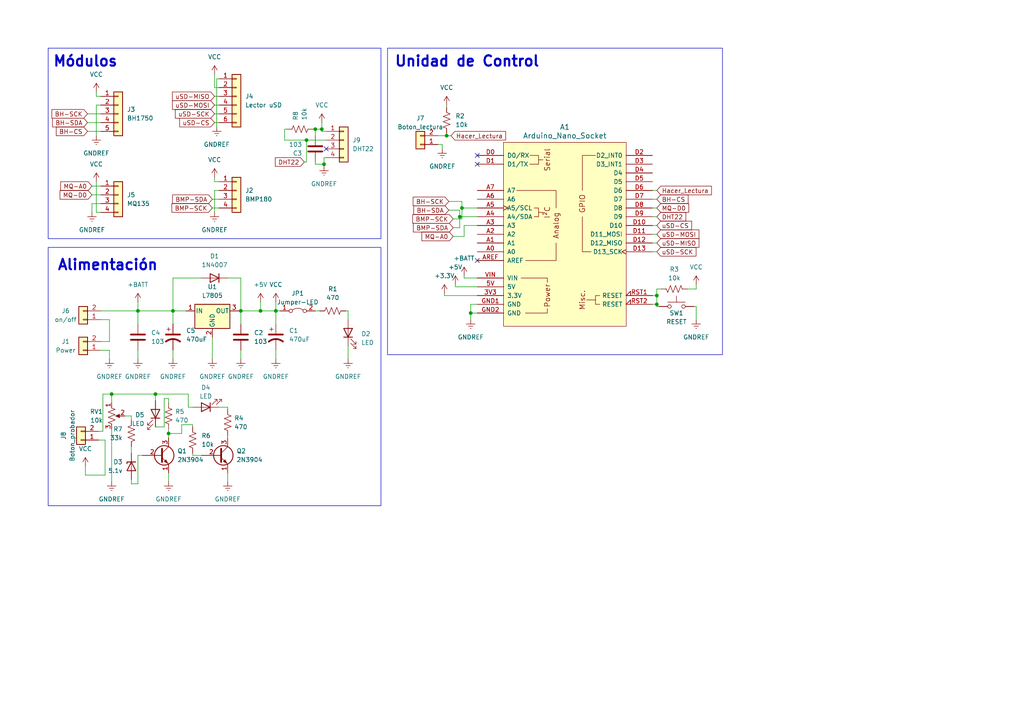
<source format=kicad_sch>
(kicad_sch (version 20230121) (generator eeschema)
  (paper "A4")
  (title_block (title "Circuito de la Estación Meteorológica Móvil (EMM)") (date "2024-02-25") (rev "0.0.4") (company "Colegio Técnico de la Universidad de Mendoza (ETec)") (comment 1 "Unidad de control: Arduino nano") (comment 2 "Módulos: DHT22, BMP180, BH1750, uSD, MQ135") (comment 3 "Alimentación de 8.4v por medio de un BMS-2S y 2 baterías de Li-Ion 18650"))
  (lib_symbols
    (symbol "Arduino:Arduino_Nano_Socket" (pin_names (offset 1.016))
      (property "Reference" "A" (at 0 33.02 0))
      (property "Value" "Arduino_Nano_Socket" (at 0 29.21 0))
      (symbol "Arduino_Nano_Socket_0_0"
        (rectangle (start -17.78 26.67) (end 17.78 -26.67) (fill (type background)))
        (polyline (pts (xy -7.62 6.35) (xy -6.35 6.35)))
        (polyline (pts (xy -7.62 21.59) (xy -6.35 21.59)))
        (polyline (pts (xy 8.89 -19.05) (xy 6.35 -19.05)))
        (polyline (pts (xy -11.43 -22.86) (xy -5.08 -22.86) (xy -5.08 -21.59)))
        (polyline (pts (xy -5.08 -13.97) (xy -5.08 -12.7) (xy -12.7 -12.7)))
        (polyline (pts (xy -10.16 22.86) (xy -7.62 22.86) (xy -7.62 20.32) (xy -10.16 20.32)))
        (polyline (pts (xy -8.89 7.62) (xy -7.62 7.62) (xy -7.62 5.08) (xy -8.89 5.08)))
        (text "Analog" (at -2.54 2.54 900) (effects (font (size 1.524 1.524))))
        (text "I²C" (at -5.08 6.35 900) (effects (font (size 1.524 1.524))))
        (text "Misc." (at 5.08 -19.05 900) (effects (font (size 1.524 1.524))))
        (text "Power" (at -5.08 -17.78 900) (effects (font (size 1.524 1.524))))
        (text "Serial" (at -5.08 21.59 900) (effects (font (size 1.524 1.524))))
      )
      (symbol "Arduino_Nano_Socket_0_1"
        (polyline (pts (xy -13.97 12.7) (xy -2.54 12.7) (xy -2.54 7.62)))
        (polyline (pts (xy -11.43 -7.62) (xy -2.54 -7.62) (xy -2.54 -2.54)))
        (polyline (pts (xy 7.62 -5.08) (xy 5.08 -5.08) (xy 5.08 5.08)))
        (polyline (pts (xy 8.89 22.86) (xy 5.08 22.86) (xy 5.08 12.7)))
        (polyline (pts (xy 10.16 -17.78) (xy 8.89 -17.78) (xy 8.89 -20.32) (xy 10.16 -20.32)))
      )
      (symbol "Arduino_Nano_Socket_1_0"
        (text "GPIO" (at 5.08 8.89 900) (effects (font (size 1.524 1.524))))
      )
      (symbol "Arduino_Nano_Socket_1_1"
        (pin power_out line (at -25.4 -17.78 0) (length 7.62) (name "3.3V") (number "3V3"))
        (pin power_in line (at -25.4 -15.24 0) (length 7.62) (name "5V") (number "5V"))
        (pin bidirectional line (at -25.4 -5.08 0) (length 7.62) (name "A0") (number "A0"))
        (pin bidirectional line (at -25.4 -2.54 0) (length 7.62) (name "A1") (number "A1"))
        (pin bidirectional line (at -25.4 0 0) (length 7.62) (name "A2") (number "A2"))
        (pin bidirectional line (at -25.4 2.54 0) (length 7.62) (name "A3") (number "A3"))
        (pin bidirectional line (at -25.4 5.08 0) (length 7.62) (name "A4/SDA") (number "A4"))
        (pin bidirectional clock (at -25.4 7.62 0) (length 7.62) (name "A5/SCL") (number "A5"))
        (pin input line (at -25.4 10.16 0) (length 7.62) (name "A6") (number "A6"))
        (pin input line (at -25.4 12.7 0) (length 7.62) (name "A7") (number "A7"))
        (pin input line (at -25.4 -7.62 0) (length 7.62) (name "AREF") (number "AREF"))
        (pin bidirectional line (at -25.4 22.86 0) (length 7.62) (name "D0/RX") (number "D0"))
        (pin bidirectional line (at -25.4 20.32 0) (length 7.62) (name "D1/TX") (number "D1"))
        (pin bidirectional line (at 25.4 2.54 180) (length 7.62) (name "D10") (number "D10"))
        (pin bidirectional line (at 25.4 0 180) (length 7.62) (name "D11_MOSI") (number "D11"))
        (pin bidirectional line (at 25.4 -2.54 180) (length 7.62) (name "D12_MISO") (number "D12"))
        (pin bidirectional clock (at 25.4 -5.08 180) (length 7.62) (name "D13_SCK") (number "D13"))
        (pin bidirectional line (at 25.4 22.86 180) (length 7.62) (name "D2_INT0") (number "D2"))
        (pin bidirectional line (at 25.4 20.32 180) (length 7.62) (name "D3_INT1") (number "D3"))
        (pin bidirectional line (at 25.4 17.78 180) (length 7.62) (name "D4") (number "D4"))
        (pin bidirectional line (at 25.4 15.24 180) (length 7.62) (name "D5") (number "D5"))
        (pin bidirectional line (at 25.4 12.7 180) (length 7.62) (name "D6") (number "D6"))
        (pin bidirectional line (at 25.4 10.16 180) (length 7.62) (name "D7") (number "D7"))
        (pin bidirectional line (at 25.4 7.62 180) (length 7.62) (name "D8") (number "D8"))
        (pin bidirectional line (at 25.4 5.08 180) (length 7.62) (name "D9") (number "D9"))
        (pin power_in line (at -25.4 -20.32 0) (length 7.62) (name "GND") (number "GND1"))
        (pin power_in line (at -25.4 -22.86 0) (length 7.62) (name "GND") (number "GND2"))
        (pin open_collector input_low (at 25.4 -17.78 180) (length 7.62) (name "RESET") (number "RST1"))
        (pin open_collector input_low (at 25.4 -20.32 180) (length 7.62) (name "RESET") (number "RST2"))
        (pin power_in line (at -25.4 -12.7 0) (length 7.62) (name "VIN") (number "VIN"))
      )
    )
    (symbol "Connector_Generic:Conn_01x02" (pin_names (offset 1.016) hide)
      (property "Reference" "J" (at 0 2.54 0))
      (property "Value" "Conn_01x02" (at 0 -5.08 0))
      (symbol "Conn_01x02_1_1"
        (rectangle (start -1.27 -2.413) (end 0 -2.667) (stroke (width 0.1524)))
        (rectangle (start -1.27 0.127) (end 0 -0.127) (stroke (width 0.1524)))
        (rectangle (start -1.27 1.27) (end 1.27 -3.81) (stroke (width 0.254)) (fill (type background)))
        (pin passive line (at -5.08 0 0) (length 3.81) (name "Pin_1") (number "1"))
        (pin passive line (at -5.08 -2.54 0) (length 3.81) (name "Pin_2") (number "2"))
      )
    )
    (symbol "Connector_Generic:Conn_01x04" (pin_names (offset 1.016) hide)
      (property "Reference" "J" (at 0 5.08 0))
      (property "Value" "Conn_01x04" (at 0 -7.62 0))
      (symbol "Conn_01x04_1_1"
        (rectangle (start -1.27 -4.953) (end 0 -5.207) (stroke (width 0.1524)))
        (rectangle (start -1.27 -2.413) (end 0 -2.667) (stroke (width 0.1524)))
        (rectangle (start -1.27 0.127) (end 0 -0.127) (stroke (width 0.1524)))
        (rectangle (start -1.27 2.667) (end 0 2.413) (stroke (width 0.1524)))
        (rectangle (start -1.27 3.81) (end 1.27 -6.35) (stroke (width 0.254)) (fill (type background)))
        (pin passive line (at -5.08 2.54 0) (length 3.81) (name "Pin_1") (number "1"))
        (pin passive line (at -5.08 0 0) (length 3.81) (name "Pin_2") (number "2"))
        (pin passive line (at -5.08 -2.54 0) (length 3.81) (name "Pin_3") (number "3"))
        (pin passive line (at -5.08 -5.08 0) (length 3.81) (name "Pin_4") (number "4"))
      )
    )
    (symbol "Connector_Generic:Conn_01x05" (pin_names (offset 1.016) hide)
      (property "Reference" "J" (at 0 7.62 0))
      (property "Value" "Conn_01x05" (at 0 -7.62 0))
      (symbol "Conn_01x05_1_1"
        (rectangle (start -1.27 -4.953) (end 0 -5.207) (stroke (width 0.1524)))
        (rectangle (start -1.27 -2.413) (end 0 -2.667) (stroke (width 0.1524)))
        (rectangle (start -1.27 0.127) (end 0 -0.127) (stroke (width 0.1524)))
        (rectangle (start -1.27 2.667) (end 0 2.413) (stroke (width 0.1524)))
        (rectangle (start -1.27 5.207) (end 0 4.953) (stroke (width 0.1524)))
        (rectangle (start -1.27 6.35) (end 1.27 -6.35) (stroke (width 0.254)) (fill (type background)))
        (pin passive line (at -5.08 5.08 0) (length 3.81) (name "Pin_1") (number "1"))
        (pin passive line (at -5.08 2.54 0) (length 3.81) (name "Pin_2") (number "2"))
        (pin passive line (at -5.08 0 0) (length 3.81) (name "Pin_3") (number "3"))
        (pin passive line (at -5.08 -2.54 0) (length 3.81) (name "Pin_4") (number "4"))
        (pin passive line (at -5.08 -5.08 0) (length 3.81) (name "Pin_5") (number "5"))
      )
    )
    (symbol "Connector_Generic:Conn_01x06" (pin_names (offset 1.016) hide)
      (property "Reference" "J" (at 0 7.62 0))
      (property "Value" "Conn_01x06" (at 0 -10.16 0))
      (symbol "Conn_01x06_1_1"
        (rectangle (start -1.27 -7.493) (end 0 -7.747) (stroke (width 0.1524)))
        (rectangle (start -1.27 -4.953) (end 0 -5.207) (stroke (width 0.1524)))
        (rectangle (start -1.27 -2.413) (end 0 -2.667) (stroke (width 0.1524)))
        (rectangle (start -1.27 0.127) (end 0 -0.127) (stroke (width 0.1524)))
        (rectangle (start -1.27 2.667) (end 0 2.413) (stroke (width 0.1524)))
        (rectangle (start -1.27 5.207) (end 0 4.953) (stroke (width 0.1524)))
        (rectangle (start -1.27 6.35) (end 1.27 -8.89) (stroke (width 0.254)) (fill (type background)))
        (pin passive line (at -5.08 5.08 0) (length 3.81) (name "Pin_1") (number "1"))
        (pin passive line (at -5.08 2.54 0) (length 3.81) (name "Pin_2") (number "2"))
        (pin passive line (at -5.08 0 0) (length 3.81) (name "Pin_3") (number "3"))
        (pin passive line (at -5.08 -2.54 0) (length 3.81) (name "Pin_4") (number "4"))
        (pin passive line (at -5.08 -5.08 0) (length 3.81) (name "Pin_5") (number "5"))
        (pin passive line (at -5.08 -7.62 0) (length 3.81) (name "Pin_6") (number "6"))
      )
    )
    (symbol "Device:C" (pin_numbers hide) (pin_names (offset 0.254))
      (property "Reference" "C" (at 0.635 2.54 0))
      (property "Value" "C" (at 0.635 -2.54 0))
      (symbol "C_0_1"
        (polyline (pts (xy -2.032 -0.762) (xy 2.032 -0.762)) (stroke (width 0.508)))
        (polyline (pts (xy -2.032 0.762) (xy 2.032 0.762)) (stroke (width 0.508)))
      )
      (symbol "C_1_1"
        (pin passive line (at 0 3.81 270) (length 2.794) (name "~") (number "1"))
        (pin passive line (at 0 -3.81 90) (length 2.794) (name "~") (number "2"))
      )
    )
    (symbol "Device:C_Polarized_US" (pin_numbers hide) (pin_names (offset 0.254) hide)
      (property "Reference" "C" (at 0.635 2.54 0))
      (property "Value" "C_Polarized_US" (at 0.635 -2.54 0))
      (symbol "C_Polarized_US_0_1"
        (polyline (pts (xy -2.032 0.762) (xy 2.032 0.762)) (stroke (width 0.508)))
        (polyline (pts (xy -1.778 2.286) (xy -0.762 2.286)))
        (polyline (pts (xy -1.27 1.778) (xy -1.27 2.794)))
        (arc (start 2.032 -1.27) (mid 0 -0.5572) (end -2.032 -1.27) (stroke (width 0.508)))
      )
      (symbol "C_Polarized_US_1_1"
        (pin passive line (at 0 3.81 270) (length 2.794) (name "~") (number "1"))
        (pin passive line (at 0 -3.81 90) (length 3.302) (name "~") (number "2"))
      )
    )
    (symbol "Device:D_Zener" (pin_numbers hide) (pin_names (offset 1.016) hide)
      (property "Reference" "D" (at 0 2.54 0))
      (property "Value" "D_Zener" (at 0 -2.54 0))
      (symbol "D_Zener_0_1"
        (polyline (pts (xy 1.27 0) (xy -1.27 0)))
        (polyline (pts (xy -1.27 -1.27) (xy -1.27 1.27) (xy -0.762 1.27)) (stroke (width 0.254)))
        (polyline (pts (xy 1.27 -1.27) (xy 1.27 1.27) (xy -1.27 0) (xy 1.27 -1.27)) (stroke (width 0.254)))
      )
      (symbol "D_Zener_1_1"
        (pin passive line (at -3.81 0 0) (length 2.54) (name "K") (number "1"))
        (pin passive line (at 3.81 0 180) (length 2.54) (name "A") (number "2"))
      )
    )
    (symbol "Device:LED" (pin_numbers hide) (pin_names (offset 1.016) hide)
      (property "Reference" "D" (at 0 2.54 0))
      (property "Value" "LED" (at 0 -2.54 0))
      (symbol "LED_0_1"
        (polyline (pts (xy -1.27 -1.27) (xy -1.27 1.27)) (stroke (width 0.254)))
        (polyline (pts (xy -1.27 0) (xy 1.27 0)))
        (polyline (pts (xy 1.27 -1.27) (xy 1.27 1.27) (xy -1.27 0) (xy 1.27 -1.27)) (stroke (width 0.254)))
        (polyline (pts (xy -3.048 -0.762) (xy -4.572 -2.286) (xy -3.81 -2.286) (xy -4.572 -2.286) (xy -4.572 -1.524)))
        (polyline (pts (xy -1.778 -0.762) (xy -3.302 -2.286) (xy -2.54 -2.286) (xy -3.302 -2.286) (xy -3.302 -1.524)))
      )
      (symbol "LED_1_1"
        (pin passive line (at -3.81 0 0) (length 2.54) (name "K") (number "1"))
        (pin passive line (at 3.81 0 180) (length 2.54) (name "A") (number "2"))
      )
    )
    (symbol "Device:R_Potentiometer_US" (pin_names (offset 1.016) hide)
      (property "Reference" "RV" (at -4.445 0 90))
      (property "Value" "R_Potentiometer_US" (at -2.54 0 90))
      (symbol "R_Potentiometer_US_0_1"
        (polyline (pts (xy 0 -2.286) (xy 0 -2.54)))
        (polyline (pts (xy 0 2.54) (xy 0 2.286)))
        (polyline (pts (xy 2.54 0) (xy 1.524 0)))
        (polyline (pts (xy 1.143 0) (xy 2.286 0.508) (xy 2.286 -0.508) (xy 1.143 0)) (fill (type outline)))
        (polyline (pts (xy 0 -0.762) (xy 1.016 -1.143) (xy 0 -1.524) (xy -1.016 -1.905) (xy 0 -2.286)))
        (polyline (pts (xy 0 0.762) (xy 1.016 0.381) (xy 0 0) (xy -1.016 -0.381) (xy 0 -0.762)))
        (polyline (pts (xy 0 2.286) (xy 1.016 1.905) (xy 0 1.524) (xy -1.016 1.143) (xy 0 0.762)))
      )
      (symbol "R_Potentiometer_US_1_1"
        (pin passive line (at 0 3.81 270) (length 1.27) (name "1") (number "1"))
        (pin passive line (at 3.81 0 180) (length 1.27) (name "2") (number "2"))
        (pin passive line (at 0 -3.81 90) (length 1.27) (name "3") (number "3"))
      )
    )
    (symbol "Device:R_US" (pin_numbers hide) (pin_names (offset 0))
      (property "Reference" "R" (at 2.54 0 90))
      (property "Value" "R_US" (at -2.54 0 90))
      (symbol "R_US_0_1"
        (polyline (pts (xy 0 -2.286) (xy 0 -2.54)))
        (polyline (pts (xy 0 2.286) (xy 0 2.54)))
        (polyline (pts (xy 0 -0.762) (xy 1.016 -1.143) (xy 0 -1.524) (xy -1.016 -1.905) (xy 0 -2.286)))
        (polyline (pts (xy 0 0.762) (xy 1.016 0.381) (xy 0 0) (xy -1.016 -0.381) (xy 0 -0.762)))
        (polyline (pts (xy 0 2.286) (xy 1.016 1.905) (xy 0 1.524) (xy -1.016 1.143) (xy 0 0.762)))
      )
      (symbol "R_US_1_1"
        (pin passive line (at 0 3.81 270) (length 1.27) (name "~") (number "1"))
        (pin passive line (at 0 -3.81 90) (length 1.27) (name "~") (number "2"))
      )
    )
    (symbol "Diode:1N4007" (pin_numbers hide) (pin_names hide)
      (property "Reference" "D" (at 0 2.54 0))
      (property "Value" "1N4007" (at 0 -2.54 0))
      (symbol "1N4007_0_1"
        (polyline (pts (xy -1.27 1.27) (xy -1.27 -1.27)) (stroke (width 0.254)))
        (polyline (pts (xy 1.27 0) (xy -1.27 0)))
        (polyline (pts (xy 1.27 1.27) (xy 1.27 -1.27) (xy -1.27 0) (xy 1.27 1.27)) (stroke (width 0.254)))
      )
      (symbol "1N4007_1_1"
        (pin passive line (at -3.81 0 0) (length 2.54) (name "K") (number "1"))
        (pin passive line (at 3.81 0 180) (length 2.54) (name "A") (number "2"))
      )
    )
    (symbol "Jumper:Jumper_2_Bridged" (pin_names (offset 0) hide)
      (property "Reference" "JP" (at 0 1.905 0))
      (property "Value" "Jumper_2_Bridged" (at 0 -2.54 0))
      (symbol "Jumper_2_Bridged_0_0"
        (circle (center -2.032 0) (radius 0.508))
        (circle (center 2.032 0) (radius 0.508))
      )
      (symbol "Jumper_2_Bridged_0_1"
        (arc (start 1.524 0.254) (mid 0 0.762) (end -1.524 0.254))
      )
      (symbol "Jumper_2_Bridged_1_1"
        (pin passive line (at -5.08 0 0) (length 2.54) (name "A") (number "1"))
        (pin passive line (at 5.08 0 180) (length 2.54) (name "B") (number "2"))
      )
    )
    (symbol "Regulator_Linear:L7805" (pin_names (offset 0.254))
      (property "Reference" "U" (at -3.81 3.175 0))
      (property "Value" "L7805" (at 0 3.175 0))
      (symbol "L7805_0_1"
        (rectangle (start -5.08 1.905) (end 5.08 -5.08) (stroke (width 0.254)) (fill (type background)))
      )
      (symbol "L7805_1_1"
        (pin power_in line (at -7.62 0 0) (length 2.54) (name "IN") (number "1"))
        (pin power_in line (at 0 -7.62 90) (length 2.54) (name "GND") (number "2"))
        (pin power_out line (at 7.62 0 180) (length 2.54) (name "OUT") (number "3"))
      )
    )
    (symbol "Switch:SW_Push" (pin_numbers hide) (pin_names (offset 1.016) hide)
      (property "Reference" "SW" (at 1.27 2.54 0))
      (property "Value" "SW_Push" (at 0 -1.524 0))
      (symbol "SW_Push_0_1"
        (circle (center -2.032 0) (radius 0.508))
        (polyline (pts (xy 0 1.27) (xy 0 3.048)))
        (polyline (pts (xy 2.54 1.27) (xy -2.54 1.27)))
        (circle (center 2.032 0) (radius 0.508))
        (pin passive line (at -5.08 0 0) (length 2.54) (name "1") (number "1"))
        (pin passive line (at 5.08 0 180) (length 2.54) (name "2") (number "2"))
      )
    )
    (symbol "Transistor_BJT:2N3904" (pin_names (offset 0) hide)
      (property "Reference" "Q" (at 5.08 1.905 0))
      (property "Value" "2N3904" (at 5.08 0 0))
      (symbol "2N3904_0_1"
        (polyline (pts (xy 0.635 0.635) (xy 2.54 2.54)))
        (polyline (pts (xy 0.635 -0.635) (xy 2.54 -2.54) (xy 2.54 -2.54)))
        (polyline (pts (xy 0.635 1.905) (xy 0.635 -1.905) (xy 0.635 -1.905)) (stroke (width 0.508)))
        (polyline (pts (xy 1.27 -1.778) (xy 1.778 -1.27) (xy 2.286 -2.286) (xy 1.27 -1.778) (xy 1.27 -1.778)) (fill (type outline)))
        (circle (center 1.27 0) (radius 2.8194) (stroke (width 0.254)))
      )
      (symbol "2N3904_1_1"
        (pin passive line (at 2.54 -5.08 90) (length 2.54) (name "E") (number "1"))
        (pin passive line (at -5.08 0 0) (length 5.715) (name "B") (number "2"))
        (pin passive line (at 2.54 5.08 270) (length 2.54) (name "C") (number "3"))
      )
    )
    (symbol "power:+3.3V" (power) (pin_names (offset 0))
      (property "Value" "+3.3V" (at 0 3.556 0))
      (symbol "+3.3V_0_1"
        (polyline (pts (xy -0.762 1.27) (xy 0 2.54)))
        (polyline (pts (xy 0 0) (xy 0 2.54)))
        (polyline (pts (xy 0 2.54) (xy 0.762 1.27)))
      )
      (symbol "+3.3V_1_1"
        (pin power_in line (at 0 0 90) (length 0) hide (name "+3.3V") (number "1"))
      )
    )
    (symbol "power:+5V" (power) (pin_names (offset 0))
      (property "Value" "+5V" (at 0 3.556 0))
      (symbol "+5V_0_1"
        (polyline (pts (xy -0.762 1.27) (xy 0 2.54)))
        (polyline (pts (xy 0 0) (xy 0 2.54)))
        (polyline (pts (xy 0 2.54) (xy 0.762 1.27)))
      )
      (symbol "+5V_1_1"
        (pin power_in line (at 0 0 90) (length 0) hide (name "+5V") (number "1"))
      )
    )
    (symbol "power:+BATT" (power) (pin_names (offset 0))
      (property "Value" "+BATT" (at 0 3.556 0))
      (symbol "+BATT_0_1"
        (polyline (pts (xy -0.762 1.27) (xy 0 2.54)))
        (polyline (pts (xy 0 0) (xy 0 2.54)))
        (polyline (pts (xy 0 2.54) (xy 0.762 1.27)))
      )
      (symbol "+BATT_1_1"
        (pin power_in line (at 0 0 90) (length 0) hide (name "+BATT") (number "1"))
      )
    )
    (symbol "power:GNDREF" (power) (pin_names (offset 0))
      (property "Value" "GNDREF" (at 0 -3.81 0))
      (symbol "GNDREF_0_1"
        (polyline (pts (xy -0.635 -1.905) (xy 0.635 -1.905)))
        (polyline (pts (xy -0.127 -2.54) (xy 0.127 -2.54)))
        (polyline (pts (xy 0 -1.27) (xy 0 0)))
        (polyline (pts (xy 1.27 -1.27) (xy -1.27 -1.27)))
      )
      (symbol "GNDREF_1_1"
        (pin power_in line (at 0 0 270) (length 0) hide (name "GNDREF") (number "1"))
      )
    )
    (symbol "power:VCC" (power) (pin_names (offset 0))
      (property "Value" "VCC" (at 0 3.81 0))
      (symbol "VCC_0_1"
        (polyline (pts (xy -0.762 1.27) (xy 0 2.54)))
        (polyline (pts (xy 0 0) (xy 0 2.54)))
        (polyline (pts (xy 0 2.54) (xy 0.762 1.27)))
      )
      (symbol "VCC_1_1"
        (pin power_in line (at 0 0 90) (length 0) hide (name "VCC") (number "1"))
      )
    )
  )
  (junction (at 40.005 90.17))
  (junction (at 190.5 88.265))
  (junction (at 93.345 37.465))
  (junction (at 32.385 114.3))
  (junction (at 80.01 90.17))
  (junction (at 93.98 47.625))
  (junction (at 136.525 90.805))
  (junction (at 48.895 125.73))
  (junction (at 133.35 62.865))
  (junction (at 50.165 90.17))
  (junction (at 190.5 85.725))
  (junction (at 133.985 60.325))
  (junction (at 88.9 40.64))
  (junction (at 69.85 90.17))
  (junction (at 129.54 39.37))
  (junction (at 75.565 90.17))
  (junction (at 45.085 114.3))
  (junction (at 91.44 37.465))
  (no_connect (at 138.43 75.565))
  (no_connect (at 138.43 47.625))
  (no_connect (at 138.43 45.085))
  (no_connect (at 94.615 43.18))
  (wire (pts (xy 133.985 58.42) (xy 133.985 60.325)))
  (wire (pts (xy 62.23 30.48) (xy 63.5 30.48)))
  (wire (pts (xy 66.04 126.365) (xy 66.04 127)))
  (wire (pts (xy 191.77 83.82) (xy 190.5 83.82)))
  (wire (pts (xy 25.4 33.02) (xy 29.21 33.02)))
  (wire (pts (xy 27.94 61.595) (xy 29.21 61.595)))
  (wire (pts (xy 61.595 60.325) (xy 63.5 60.325)))
  (wire (pts (xy 128.27 41.91) (xy 127 41.91)))
  (wire (pts (xy 91.44 90.17) (xy 92.71 90.17)))
  (wire (pts (xy 128.27 43.18) (xy 128.27 41.91)))
  (wire (pts (xy 29.21 99.06) (xy 31.75 99.06)))
  (wire (pts (xy 189.23 85.725) (xy 190.5 85.725)))
  (wire (pts (xy 201.93 83.82) (xy 199.39 83.82)))
  (wire (pts (xy 45.085 114.3) (xy 45.085 116.205)))
  (wire (pts (xy 48.895 125.73) (xy 52.705 125.73)))
  (wire (pts (xy 62.23 55.245) (xy 62.23 61.595)))
  (wire (pts (xy 36.195 120.65) (xy 38.1 120.65)))
  (wire (pts (xy 93.98 47.625) (xy 93.98 48.26)))
  (wire (pts (xy 127 39.37) (xy 129.54 39.37)))
  (wire (pts (xy 132.08 83.185) (xy 138.43 83.185)))
  (wire (pts (xy 88.9 40.64) (xy 94.615 40.64)))
  (wire (pts (xy 52.705 125.73) (xy 52.705 123.19)))
  (wire (pts (xy 93.98 45.72) (xy 94.615 45.72)))
  (wire (pts (xy 66.04 118.11) (xy 66.04 118.745)))
  (wire (pts (xy 66.04 137.16) (xy 66.04 139.7)))
  (wire (pts (xy 58.42 80.645) (xy 50.165 80.645)))
  (wire (pts (xy 91.44 39.37) (xy 91.44 37.465)))
  (wire (pts (xy 54.61 118.11) (xy 55.88 118.11)))
  (wire (pts (xy 93.98 47.625) (xy 91.44 47.625)))
  (wire (pts (xy 62.23 25.4) (xy 63.5 25.4)))
  (wire (pts (xy 27.94 30.48) (xy 29.21 30.48)))
  (wire (pts (xy 190.5 83.82) (xy 190.5 85.725)))
  (wire (pts (xy 52.705 123.19) (xy 55.88 123.19)))
  (wire (pts (xy 130.175 58.42) (xy 133.985 58.42)))
  (wire (pts (xy 100.965 100.33) (xy 100.965 104.14)))
  (wire (pts (xy 50.165 101.6) (xy 50.165 104.14)))
  (wire (pts (xy 29.845 125.095) (xy 29.845 114.3)))
  (wire (pts (xy 129.54 39.37) (xy 130.81 39.37)))
  (wire (pts (xy 133.985 60.325) (xy 138.43 60.325)))
  (wire (pts (xy 27.94 26.67) (xy 27.94 27.94)))
  (wire (pts (xy 47.625 115.57) (xy 48.895 115.57)))
  (wire (pts (xy 55.88 123.19) (xy 55.88 123.825)))
  (wire (pts (xy 128.905 85.725) (xy 128.905 85.09)))
  (wire (pts (xy 32.385 114.3) (xy 32.385 116.84)))
  (wire (pts (xy 24.765 135.255) (xy 24.765 137.795)))
  (wire (pts (xy 93.345 37.465) (xy 93.345 38.1)))
  (wire (pts (xy 29.21 90.17) (xy 40.005 90.17)))
  (wire (pts (xy 29.21 92.71) (xy 31.75 92.71)))
  (wire (pts (xy 40.005 90.17) (xy 50.165 90.17)))
  (wire (pts (xy 27.94 27.94) (xy 29.21 27.94)))
  (wire (pts (xy 128.905 85.725) (xy 138.43 85.725)))
  (wire (pts (xy 55.88 132.08) (xy 58.42 132.08)))
  (wire (pts (xy 82.55 37.465) (xy 83.185 37.465)))
  (wire (pts (xy 100.965 90.17) (xy 100.33 90.17)))
  (wire (pts (xy 190.5 88.9) (xy 190.5 88.265)))
  (wire (pts (xy 40.005 87.63) (xy 40.005 90.17)))
  (wire (pts (xy 131.445 68.58) (xy 134.62 68.58)))
  (wire (pts (xy 69.85 90.17) (xy 69.85 93.98)))
  (wire (pts (xy 26.67 59.055) (xy 29.21 59.055)))
  (wire (pts (xy 88.9 40.64) (xy 88.9 46.99)))
  (wire (pts (xy 129.54 39.37) (xy 129.54 38.735)))
  (wire (pts (xy 189.23 88.265) (xy 190.5 88.265)))
  (wire (pts (xy 50.165 80.645) (xy 50.165 90.17)))
  (wire (pts (xy 27.94 39.37) (xy 27.94 30.48)))
  (wire (pts (xy 189.23 70.485) (xy 190.5 70.485)))
  (wire (pts (xy 61.595 97.79) (xy 61.595 104.14)))
  (wire (pts (xy 138.43 88.265) (xy 136.525 88.265)))
  (wire (pts (xy 54.61 114.3) (xy 54.61 118.11)))
  (wire (pts (xy 69.215 90.17) (xy 69.85 90.17)))
  (wire (pts (xy 50.165 90.17) (xy 53.975 90.17)))
  (wire (pts (xy 133.35 66.04) (xy 131.445 66.04)))
  (wire (pts (xy 93.345 35.56) (xy 93.345 37.465)))
  (wire (pts (xy 88.265 46.99) (xy 88.9 46.99)))
  (wire (pts (xy 66.04 80.645) (xy 69.85 80.645)))
  (wire (pts (xy 26.67 56.515) (xy 29.21 56.515)))
  (wire (pts (xy 28.575 125.095) (xy 29.845 125.095)))
  (wire (pts (xy 31.75 101.6) (xy 29.21 101.6)))
  (wire (pts (xy 134.62 68.58) (xy 134.62 65.405)))
  (wire (pts (xy 94.615 38.1) (xy 93.345 38.1)))
  (wire (pts (xy 40.005 101.6) (xy 40.005 104.14)))
  (wire (pts (xy 40.005 132.08) (xy 40.005 140.335)))
  (wire (pts (xy 38.1 120.65) (xy 38.1 121.92)))
  (wire (pts (xy 62.23 33.02) (xy 63.5 33.02)))
  (wire (pts (xy 61.595 57.785) (xy 63.5 57.785)))
  (wire (pts (xy 134.62 80.01) (xy 134.62 80.645)))
  (wire (pts (xy 189.23 65.405) (xy 190.5 65.405)))
  (wire (pts (xy 100.965 92.71) (xy 100.965 90.17)))
  (wire (pts (xy 133.35 60.96) (xy 133.35 62.865)))
  (wire (pts (xy 75.565 90.17) (xy 80.01 90.17)))
  (wire (pts (xy 30.48 127.635) (xy 28.575 127.635)))
  (wire (pts (xy 63.5 22.86) (xy 62.865 22.86)))
  (wire (pts (xy 134.62 65.405) (xy 138.43 65.405)))
  (wire (pts (xy 45.085 114.3) (xy 54.61 114.3)))
  (wire (pts (xy 48.895 137.16) (xy 48.895 139.7)))
  (wire (pts (xy 201.295 88.9) (xy 201.93 88.9)))
  (wire (pts (xy 91.44 37.465) (xy 93.345 37.465)))
  (wire (pts (xy 191.135 88.9) (xy 190.5 88.9)))
  (wire (pts (xy 133.985 63.5) (xy 131.445 63.5)))
  (wire (pts (xy 27.94 52.705) (xy 27.94 61.595)))
  (wire (pts (xy 90.805 37.465) (xy 91.44 37.465)))
  (wire (pts (xy 30.48 137.795) (xy 30.48 127.635)))
  (wire (pts (xy 133.985 60.325) (xy 133.985 63.5)))
  (wire (pts (xy 201.93 88.9) (xy 201.93 92.71)))
  (wire (pts (xy 189.23 67.945) (xy 190.5 67.945)))
  (wire (pts (xy 189.23 57.785) (xy 190.5 57.785)))
  (wire (pts (xy 93.98 45.72) (xy 93.98 47.625)))
  (wire (pts (xy 47.625 123.825) (xy 47.625 115.57)))
  (wire (pts (xy 48.895 115.57) (xy 48.895 116.84)))
  (wire (pts (xy 55.88 131.445) (xy 55.88 132.08)))
  (wire (pts (xy 82.55 40.64) (xy 82.55 37.465)))
  (wire (pts (xy 41.275 132.08) (xy 40.005 132.08)))
  (wire (pts (xy 136.525 90.805) (xy 138.43 90.805)))
  (wire (pts (xy 63.5 118.11) (xy 66.04 118.11)))
  (wire (pts (xy 91.44 47.625) (xy 91.44 46.99)))
  (wire (pts (xy 63.5 55.245) (xy 62.23 55.245)))
  (wire (pts (xy 48.895 125.73) (xy 48.895 127)))
  (wire (pts (xy 189.23 73.025) (xy 190.5 73.025)))
  (wire (pts (xy 189.23 62.865) (xy 190.5 62.865)))
  (wire (pts (xy 50.165 93.98) (xy 50.165 90.17)))
  (wire (pts (xy 136.525 90.805) (xy 136.525 92.71)))
  (wire (pts (xy 129.54 30.48) (xy 129.54 31.115)))
  (wire (pts (xy 69.85 80.645) (xy 69.85 90.17)))
  (wire (pts (xy 24.765 137.795) (xy 30.48 137.795)))
  (wire (pts (xy 62.865 22.86) (xy 62.865 36.83)))
  (wire (pts (xy 201.93 82.55) (xy 201.93 83.82)))
  (wire (pts (xy 136.525 88.265) (xy 136.525 90.805)))
  (wire (pts (xy 32.385 124.46) (xy 32.385 139.7)))
  (wire (pts (xy 26.67 53.975) (xy 29.21 53.975)))
  (wire (pts (xy 133.35 62.865) (xy 133.35 66.04)))
  (wire (pts (xy 80.01 101.6) (xy 80.01 104.14)))
  (wire (pts (xy 45.085 123.825) (xy 47.625 123.825)))
  (wire (pts (xy 38.1 140.335) (xy 38.1 139.065)))
  (wire (pts (xy 62.23 35.56) (xy 63.5 35.56)))
  (wire (pts (xy 190.5 85.725) (xy 190.5 88.265)))
  (wire (pts (xy 25.4 38.1) (xy 29.21 38.1)))
  (wire (pts (xy 48.895 124.46) (xy 48.895 125.73)))
  (wire (pts (xy 29.845 114.3) (xy 32.385 114.3)))
  (wire (pts (xy 25.4 35.56) (xy 29.21 35.56)))
  (wire (pts (xy 63.5 52.705) (xy 62.23 52.705)))
  (wire (pts (xy 132.08 82.55) (xy 132.08 83.185)))
  (wire (pts (xy 62.23 27.94) (xy 63.5 27.94)))
  (wire (pts (xy 31.75 104.14) (xy 31.75 101.6)))
  (wire (pts (xy 40.005 90.17) (xy 40.005 93.98)))
  (wire (pts (xy 80.01 87.63) (xy 80.01 90.17)))
  (wire (pts (xy 133.35 62.865) (xy 138.43 62.865)))
  (wire (pts (xy 32.385 114.3) (xy 45.085 114.3)))
  (wire (pts (xy 80.01 90.17) (xy 81.28 90.17)))
  (wire (pts (xy 62.23 52.705) (xy 62.23 51.435)))
  (wire (pts (xy 130.175 60.96) (xy 133.35 60.96)))
  (wire (pts (xy 134.62 80.645) (xy 138.43 80.645)))
  (wire (pts (xy 189.23 55.245) (xy 190.5 55.245)))
  (wire (pts (xy 26.67 61.595) (xy 26.67 59.055)))
  (wire (pts (xy 82.55 40.64) (xy 88.9 40.64)))
  (wire (pts (xy 69.85 90.17) (xy 75.565 90.17)))
  (wire (pts (xy 38.1 129.54) (xy 38.1 131.445)))
  (wire (pts (xy 62.23 21.59) (xy 62.23 25.4)))
  (wire (pts (xy 189.23 60.325) (xy 190.5 60.325)))
  (wire (pts (xy 31.75 99.06) (xy 31.75 92.71)))
  (wire (pts (xy 69.85 101.6) (xy 69.85 104.14)))
  (wire (pts (xy 40.005 140.335) (xy 38.1 140.335)))
  (wire (pts (xy 75.565 87.63) (xy 75.565 90.17)))
  (wire (pts (xy 80.01 93.98) (xy 80.01 90.17)))
  (rectangle (start 13.97 13.97) (end 110.49 69.215))
  (rectangle (start 112.395 13.97) (end 209.55 102.87))
  (rectangle (start 13.97 71.755) (end 110.49 146.685))
  (text "Alimentación" (at 16.51 78.74 0) (effects (font (size 3 3) (thickness 0.6) bold) (justify left bottom)))
  (text "Unidad de Control" (at 114.3 19.685 0) (effects (font (size 3 3) (thickness 0.6) bold) (justify left bottom)))
  (text "Módulos" (at 15.24 19.685 0) (effects (font (size 3 3) (thickness 0.6) bold) (justify left bottom)))
  (global_label "Hacer_Lectura" (shape input) (at 130.81 39.37 0) (property "Intersheetrefs" "${INTERSHEET_REFS}" (effects hide)))
  (global_label "uSD-CS" (shape input) (at 62.23 35.56 180) (property "Intersheetrefs" "${INTERSHEET_REFS}" (effects hide)))
  (global_label "BH-CS" (shape input) (at 190.5 57.785 0) (property "Intersheetrefs" "${INTERSHEET_REFS}" (effects hide)))
  (global_label "BH-SCK" (shape input) (at 25.4 33.02 180) (property "Intersheetrefs" "${INTERSHEET_REFS}" (effects hide)))
  (global_label "uSD-MISO" (shape input) (at 190.5 70.485 0) (property "Intersheetrefs" "${INTERSHEET_REFS}" (effects hide)))
  (global_label "MQ-A0" (shape input) (at 131.445 68.58 180) (property "Intersheetrefs" "${INTERSHEET_REFS}" (effects hide)))
  (global_label "uSD-MOSI" (shape input) (at 190.5 67.945 0) (property "Intersheetrefs" "${INTERSHEET_REFS}" (effects hide)))
  (global_label "Hacer_Lectura" (shape input) (at 190.5 55.245 0) (property "Intersheetrefs" "${INTERSHEET_REFS}" (effects hide)))
  (global_label "BH-SCK" (shape input) (at 130.175 58.42 180) (property "Intersheetrefs" "${INTERSHEET_REFS}" (effects hide)))
  (global_label "MQ-A0" (shape input) (at 26.67 53.975 180) (property "Intersheetrefs" "${INTERSHEET_REFS}" (effects hide)))
  (global_label "uSD-MISO" (shape input) (at 62.23 27.94 180) (property "Intersheetrefs" "${INTERSHEET_REFS}" (effects hide)))
  (global_label "uSD-SCK" (shape input) (at 62.23 33.02 180) (property "Intersheetrefs" "${INTERSHEET_REFS}" (effects hide)))
  (global_label "uSD-CS" (shape input) (at 190.5 65.405 0) (property "Intersheetrefs" "${INTERSHEET_REFS}" (effects hide)))
  (global_label "uSD-MOSI" (shape input) (at 62.23 30.48 180) (property "Intersheetrefs" "${INTERSHEET_REFS}" (effects hide)))
  (global_label "uSD-SCK" (shape input) (at 190.5 73.025 0) (property "Intersheetrefs" "${INTERSHEET_REFS}" (effects hide)))
  (global_label "MQ-D0" (shape input) (at 26.67 56.515 180) (property "Intersheetrefs" "${INTERSHEET_REFS}" (effects hide)))
  (global_label "BH-SDA" (shape input) (at 25.4 35.56 180) (property "Intersheetrefs" "${INTERSHEET_REFS}" (effects hide)))
  (global_label "BH-SDA" (shape input) (at 130.175 60.96 180) (property "Intersheetrefs" "${INTERSHEET_REFS}" (effects hide)))
  (global_label "BMP-SCK" (shape input) (at 131.445 63.5 180) (property "Intersheetrefs" "${INTERSHEET_REFS}" (effects hide)))
  (global_label "MQ-D0" (shape input) (at 190.5 60.325 0) (property "Intersheetrefs" "${INTERSHEET_REFS}" (effects hide)))
  (global_label "BMP-SDA" (shape input) (at 131.445 66.04 180) (property "Intersheetrefs" "${INTERSHEET_REFS}" (effects hide)))
  (global_label "BH-CS" (shape input) (at 25.4 38.1 180) (property "Intersheetrefs" "${INTERSHEET_REFS}" (effects hide)))
  (global_label "DHT22" (shape input) (at 190.5 62.865 0) (property "Intersheetrefs" "${INTERSHEET_REFS}" (effects hide)))
  (global_label "BMP-SDA" (shape input) (at 61.595 57.785 180) (property "Intersheetrefs" "${INTERSHEET_REFS}" (effects hide)))
  (global_label "DHT22" (shape input) (at 88.265 46.99 180) (property "Intersheetrefs" "${INTERSHEET_REFS}" (effects hide)))
  (global_label "BMP-SCK" (shape input) (at 61.595 60.325 180) (property "Intersheetrefs" "${INTERSHEET_REFS}" (effects hide)))
  (symbol (lib_id "power:VCC") (at 80.01 87.63 0) (unit 1)
    (property "Reference" "#PWR010" (effects hide))
    (property "Value" "VCC" (at 80.01 82.55 0))
  )
  (symbol (lib_id "power:VCC") (at 27.94 52.705 0) (unit 1)
    (property "Reference" "#PWR02" (effects hide))
    (property "Value" "VCC" (at 27.94 47.625 0))
  )
  (symbol (lib_id "Device:D_Zener") (at 38.1 135.255 90) (mirror x) (unit 1)
    (property "Reference" "D3" (at 35.56 133.985 90) (effects (justify left)))
    (property "Value" "5.1v" (at 35.56 136.525 90) (effects (justify left)))
    (property "Footprint" "Diode_THT:D_DO-35_SOD27_P10.16mm_Horizontal" (effects hide))
  )
  (symbol (lib_id "power:GNDREF") (at 61.595 104.14 0) (unit 1)
    (property "Reference" "#PWR026" (effects hide))
    (property "Value" "GNDREF" (at 61.595 109.22 0))
  )
  (symbol (lib_id "Connector_Generic:Conn_01x04") (at 99.695 40.64 0) (unit 1)
    (property "Reference" "J9" (at 102.235 40.64 0) (effects (justify left)))
    (property "Value" "DHT22" (at 102.235 43.18 0) (effects (justify left)))
    (property "Footprint" "Connector_PinHeader_2.54mm:PinHeader_1x04_P2.54mm_Vertical" (effects hide))
  )
  (symbol (lib_id "Device:R_US") (at 129.54 34.925 180) (unit 1)
    (property "Reference" "R2" (at 132.08 33.655 0) (effects (justify right)))
    (property "Value" "10k" (at 132.08 36.195 0) (effects (justify right)))
    (property "Footprint" "Resistor_THT:R_Axial_DIN0207_L6.3mm_D2.5mm_P10.16mm_Horizontal" (effects hide))
  )
  (symbol (lib_id "Connector_Generic:Conn_01x05") (at 34.29 33.02 0) (unit 1)
    (property "Reference" "J3" (at 36.83 31.75 0) (effects (justify left)))
    (property "Value" "BH1750" (at 36.83 34.29 0) (effects (justify left)))
    (property "Footprint" "Connector_PinHeader_2.54mm:PinHeader_1x05_P2.54mm_Vertical" (effects hide))
  )
  (symbol (lib_id "power:GNDREF") (at 93.98 48.26 0) (unit 1)
    (property "Reference" "#PWR023" (effects hide))
    (property "Value" "GNDREF" (at 93.98 53.34 0))
  )
  (symbol (lib_id "power:VCC") (at 62.23 21.59 0) (unit 1)
    (property "Reference" "#PWR08" (effects hide))
    (property "Value" "VCC" (at 62.23 16.51 0))
  )
  (symbol (lib_id "Device:C_Polarized_US") (at 80.01 97.79 0) (unit 1)
    (property "Reference" "C1" (at 83.82 95.885 0) (effects (justify left)))
    (property "Value" "470uF" (at 83.82 98.425 0) (effects (justify left)))
    (property "Footprint" "Capacitor_THT:CP_Radial_D10.0mm_P5.00mm" (effects hide))
  )
  (symbol (lib_id "Device:R_US") (at 195.58 83.82 270) (mirror x) (unit 1)
    (property "Reference" "R3" (at 195.58 78.105 90))
    (property "Value" "10k" (at 195.58 80.645 90))
    (property "Footprint" "Resistor_THT:R_Axial_DIN0207_L6.3mm_D2.5mm_P10.16mm_Horizontal" (effects hide))
  )
  (symbol (lib_id "power:VCC") (at 27.94 26.67 0) (unit 1)
    (property "Reference" "#PWR03" (effects hide))
    (property "Value" "VCC" (at 27.94 21.59 0))
  )
  (symbol (lib_id "Connector_Generic:Conn_01x04") (at 34.29 56.515 0) (unit 1)
    (property "Reference" "J5" (at 36.83 56.515 0) (effects (justify left)))
    (property "Value" "MQ135" (at 36.83 59.055 0) (effects (justify left)))
    (property "Footprint" "Connector_PinHeader_2.54mm:PinHeader_1x04_P2.54mm_Vertical" (effects hide))
  )
  (symbol (lib_id "Device:C") (at 69.85 97.79 0) (unit 1)
    (property "Reference" "C2" (at 73.66 96.52 0) (effects (justify left)))
    (property "Value" "103" (at 73.66 99.06 0) (effects (justify left)))
    (property "Footprint" "Capacitor_THT:C_Disc_D6.0mm_W2.5mm_P5.00mm" (effects hide))
  )
  (symbol (lib_id "power:GNDREF") (at 136.525 92.71 0) (unit 1)
    (property "Reference" "#PWR015" (effects hide))
    (property "Value" "GNDREF" (at 136.525 97.79 0))
  )
  (symbol (lib_id "Connector_Generic:Conn_01x02") (at 24.13 92.71 180) (unit 1)
    (property "Reference" "J6" (at 19.05 90.17 0))
    (property "Value" "on/off" (at 19.05 92.71 0))
    (property "Footprint" "Connector_PinHeader_2.54mm:PinHeader_1x02_P2.54mm_Vertical" (effects hide))
  )
  (symbol (lib_id "power:GNDREF") (at 32.385 139.7 0) (unit 1)
    (property "Reference" "#PWR020" (effects hide))
    (property "Value" "GNDREF" (at 32.385 144.78 0))
  )
  (symbol (lib_id "Device:LED") (at 45.085 120.015 270) (mirror x) (unit 1)
    (property "Reference" "D5" (at 41.91 120.3325 90) (effects (justify right)))
    (property "Value" "LED" (at 41.91 122.8725 90) (effects (justify right)))
    (property "Footprint" "LED_THT:LED_D5.0mm" (effects hide))
  )
  (symbol (lib_id "power:VCC") (at 129.54 30.48 0) (unit 1)
    (property "Reference" "#PWR016" (effects hide))
    (property "Value" "VCC" (at 129.54 25.4 0))
  )
  (symbol (lib_id "power:+BATT") (at 134.62 80.01 0) (unit 1)
    (property "Reference" "#PWR029" (effects hide))
    (property "Value" "+BATT" (at 134.62 74.93 0))
  )
  (symbol (lib_id "power:GNDREF") (at 26.67 61.595 0) (unit 1)
    (property "Reference" "#PWR01" (effects hide))
    (property "Value" "GNDREF" (at 26.67 66.675 0))
  )
  (symbol (lib_id "Device:LED") (at 59.69 118.11 180) (unit 1)
    (property "Reference" "D4" (at 59.69 112.395 0))
    (property "Value" "LED" (at 59.69 114.935 0))
    (property "Footprint" "LED_THT:LED_D5.0mm" (effects hide))
  )
  (symbol (lib_id "power:GNDREF") (at 48.895 139.7 0) (unit 1)
    (property "Reference" "#PWR018" (effects hide))
    (property "Value" "GNDREF" (at 48.895 144.78 0))
  )
  (symbol (lib_id "Device:R_US") (at 86.995 37.465 270) (unit 1)
    (property "Reference" "R8" (at 85.725 34.925 0) (effects (justify right)))
    (property "Value" "10k" (at 88.265 34.925 0) (effects (justify right)))
    (property "Footprint" "Resistor_THT:R_Axial_DIN0207_L6.3mm_D2.5mm_P10.16mm_Horizontal" (effects hide))
  )
  (symbol (lib_id "Device:C_Polarized_US") (at 50.165 97.79 0) (unit 1)
    (property "Reference" "C5" (at 53.975 95.885 0) (effects (justify left)))
    (property "Value" "470uF" (at 53.975 98.425 0) (effects (justify left)))
    (property "Footprint" "Capacitor_THT:CP_Radial_D10.0mm_P5.00mm" (effects hide))
  )
  (symbol (lib_id "Connector_Generic:Conn_01x04") (at 68.58 55.245 0) (unit 1)
    (property "Reference" "J2" (at 71.12 55.245 0) (effects (justify left)))
    (property "Value" "BMP180" (at 71.12 57.785 0) (effects (justify left)))
    (property "Footprint" "Connector_PinHeader_2.54mm:PinHeader_1x04_P2.54mm_Vertical" (effects hide))
  )
  (symbol (lib_id "Device:R_Potentiometer_US") (at 32.385 120.65 0) (unit 1)
    (property "Reference" "RV1" (at 29.845 119.38 0) (effects (justify right)))
    (property "Value" "10k" (at 29.845 121.92 0) (effects (justify right)))
    (property "Footprint" "Potentiometer_THT:Potentiometer_Bourns_3339P_Vertical_HandSoldering" (effects hide))
  )
  (symbol (lib_id "power:+BATT") (at 40.005 87.63 0) (unit 1)
    (property "Reference" "#PWR028" (effects hide))
    (property "Value" "+BATT" (at 40.005 82.55 0))
  )
  (symbol (lib_id "Diode:1N4007") (at 62.23 80.645 180) (unit 1)
    (property "Reference" "D1" (at 62.23 74.295 0))
    (property "Value" "1N4007" (at 62.23 76.835 0))
    (property "Footprint" "Diode_THT:D_DO-41_SOD81_P10.16mm_Horizontal" (effects hide))
    (property "Datasheet" "http://www.vishay.com/docs/88503/1n4001.pdf" (effects hide))
    (property "Sim.Device" "D" (effects hide))
    (property "Sim.Pins" "1=K 2=A" (effects hide))
  )
  (symbol (lib_id "power:VCC") (at 93.345 35.56 0) (unit 1)
    (property "Reference" "#PWR022" (effects hide))
    (property "Value" "VCC" (at 93.345 30.48 0))
  )
  (symbol (lib_id "Transistor_BJT:2N3904") (at 46.355 132.08 0) (unit 1)
    (property "Reference" "Q1" (at 51.435 130.81 0) (effects (justify left)))
    (property "Value" "2N3904" (at 51.435 133.35 0) (effects (justify left)))
    (property "Footprint" "Package_TO_SOT_THT:TO-92_Wide" (effects hide))
    (property "Datasheet" "https://www.onsemi.com/pub/Collateral/2N3903-D.PDF" (effects hide))
  )
  (symbol (lib_id "Transistor_BJT:2N3904") (at 63.5 132.08 0) (unit 1)
    (property "Reference" "Q2" (at 68.58 130.81 0) (effects (justify left)))
    (property "Value" "2N3904" (at 68.58 133.35 0) (effects (justify left)))
    (property "Footprint" "Package_TO_SOT_THT:TO-92_Wide" (effects hide))
    (property "Datasheet" "https://www.onsemi.com/pub/Collateral/2N3903-D.PDF" (effects hide))
  )
  (symbol (lib_id "Jumper:Jumper_2_Bridged") (at 86.36 90.17 0) (unit 1)
    (property "Reference" "JP1" (at 86.36 85.09 0))
    (property "Value" "Jumper-LED" (at 86.36 87.63 0))
    (property "Footprint" "Connector_PinHeader_2.54mm:PinHeader_1x02_P2.54mm_Vertical" (effects hide))
  )
  (symbol (lib_id "Device:R_US") (at 55.88 127.635 180) (unit 1)
    (property "Reference" "R6" (at 58.42 126.365 0) (effects (justify right)))
    (property "Value" "10k" (at 58.42 128.905 0) (effects (justify right)))
    (property "Footprint" "Resistor_THT:R_Axial_DIN0207_L6.3mm_D2.5mm_P10.16mm_Horizontal" (effects hide))
  )
  (symbol (lib_id "Regulator_Linear:L7805") (at 61.595 90.17 0) (unit 1)
    (property "Reference" "U1" (at 61.595 83.185 0))
    (property "Value" "L7805" (at 61.595 85.725 0))
    (property "Footprint" "Package_TO_SOT_THT:TO-220-3_Vertical" (effects hide))
    (property "Datasheet" "http://www.st.com/content/ccc/resource/technical/document/datasheet/41/4f/b3/b0/12/d4/47/88/CD00000444.pdf/files/CD00000444.pdf/jcr:content/translations/en.CD00000444.pdf" (effects hide))
  )
  (symbol (lib_id "power:GNDREF") (at 62.23 61.595 0) (unit 1)
    (property "Reference" "#PWR05" (effects hide))
    (property "Value" "GNDREF" (at 62.23 66.675 0))
  )
  (symbol (lib_id "Arduino:Arduino_Nano_Socket") (at 163.83 67.945 0) (unit 1)
    (property "Reference" "A1" (at 163.83 36.83 0) (effects (font (size 1.524 1.524))))
    (property "Value" "Arduino_Nano_Socket" (at 163.83 39.37 0) (effects (font (size 1.524 1.524))))
    (property "Footprint" "Placas_Arduino:Arduino_Nano_Socket" (effects hide))
    (property "Datasheet" "https://docs.arduino.cc/hardware/nano" (effects hide))
  )
  (symbol (lib_id "Connector_Generic:Conn_01x02") (at 23.495 127.635 180) (unit 1)
    (property "Reference" "J8" (at 18.415 126.365 90))
    (property "Value" "Boton_probador" (at 20.955 126.365 90))
    (property "Footprint" "Connector_PinHeader_2.54mm:PinHeader_1x02_P2.54mm_Vertical" (effects hide))
  )
  (symbol (lib_id "Connector_Generic:Conn_01x06") (at 68.58 27.94 0) (unit 1)
    (property "Reference" "J4" (at 71.12 27.94 0) (effects (justify left)))
    (property "Value" "Lector uSD" (at 71.12 30.48 0) (effects (justify left)))
    (property "Footprint" "Connector_PinHeader_2.54mm:PinHeader_1x06_P2.54mm_Vertical" (effects hide))
  )
  (symbol (lib_id "Device:LED") (at 100.965 96.52 90) (unit 1)
    (property "Reference" "D2" (at 104.775 96.8375 90) (effects (justify right)))
    (property "Value" "LED" (at 104.775 99.3775 90) (effects (justify right)))
    (property "Footprint" "LED_THT:LED_D5.0mm" (effects hide))
  )
  (symbol (lib_id "power:GNDREF") (at 40.005 104.14 0) (unit 1)
    (property "Reference" "#PWR024" (effects hide))
    (property "Value" "GNDREF" (at 40.005 109.22 0))
  )
  (symbol (lib_id "power:GNDREF") (at 31.75 104.14 0) (unit 1)
    (property "Reference" "#PWR09" (effects hide))
    (property "Value" "GNDREF" (at 31.75 109.22 0))
  )
  (symbol (lib_id "Device:R_US") (at 66.04 122.555 0) (unit 1)
    (property "Reference" "R4" (at 67.945 121.285 0) (effects (justify left)))
    (property "Value" "470" (at 67.945 123.825 0) (effects (justify left)))
    (property "Footprint" "Resistor_THT:R_Axial_DIN0207_L6.3mm_D2.5mm_P10.16mm_Horizontal" (effects hide))
  )
  (symbol (lib_id "power:GNDREF") (at 69.85 104.14 0) (unit 1)
    (property "Reference" "#PWR011" (effects hide))
    (property "Value" "GNDREF" (at 69.85 109.22 0))
  )
  (symbol (lib_id "power:+5V") (at 132.08 82.55 0) (unit 1)
    (property "Reference" "#PWR031" (effects hide))
    (property "Value" "+5V" (at 132.08 77.47 0))
  )
  (symbol (lib_id "power:+5V") (at 75.565 87.63 0) (unit 1)
    (property "Reference" "#PWR030" (effects hide))
    (property "Value" "+5V" (at 75.565 82.55 0))
  )
  (symbol (lib_id "Device:C") (at 40.005 97.79 0) (unit 1)
    (property "Reference" "C4" (at 43.815 96.52 0) (effects (justify left)))
    (property "Value" "103" (at 43.815 99.06 0) (effects (justify left)))
    (property "Footprint" "Capacitor_THT:C_Disc_D6.0mm_W2.5mm_P5.00mm" (effects hide))
  )
  (symbol (lib_id "Switch:SW_Push") (at 196.215 88.9 0) (mirror y) (unit 1)
    (property "Reference" "SW1" (at 196.215 90.805 0))
    (property "Value" "RESET" (at 196.215 93.345 0))
    (property "Footprint" "Button_Switch_THT:SW_PUSH_6mm_H5mm" (effects hide))
  )
  (symbol (lib_id "Device:R_US") (at 96.52 90.17 90) (unit 1)
    (property "Reference" "R1" (at 96.52 83.82 90))
    (property "Value" "470" (at 96.52 86.36 90))
    (property "Footprint" "Resistor_THT:R_Axial_DIN0207_L6.3mm_D2.5mm_P10.16mm_Horizontal" (effects hide))
  )
  (symbol (lib_id "Device:C") (at 91.44 43.18 180) (unit 1)
    (property "Reference" "C3" (at 87.63 44.45 0) (effects (justify left)))
    (property "Value" "103" (at 87.63 41.91 0) (effects (justify left)))
    (property "Footprint" "Capacitor_THT:C_Disc_D6.0mm_W2.5mm_P5.00mm" (effects hide))
  )
  (symbol (lib_id "power:VCC") (at 24.765 135.255 0) (unit 1)
    (property "Reference" "#PWR021" (effects hide))
    (property "Value" "VCC" (at 24.765 130.175 0))
  )
  (symbol (lib_id "Connector_Generic:Conn_01x02") (at 24.13 101.6 180) (unit 1)
    (property "Reference" "J1" (at 19.05 99.06 0))
    (property "Value" "Power" (at 19.05 101.6 0))
    (property "Footprint" "Connector_PinHeader_2.54mm:PinHeader_2x01_P2.54mm_Vertical" (effects hide))
  )
  (symbol (lib_id "power:GNDREF") (at 80.01 104.14 0) (unit 1)
    (property "Reference" "#PWR012" (effects hide))
    (property "Value" "GNDREF" (at 80.01 109.22 0))
  )
  (symbol (lib_id "Connector_Generic:Conn_01x02") (at 121.92 41.91 180) (unit 1)
    (property "Reference" "J7" (at 121.92 34.29 0))
    (property "Value" "Boton_lectura" (at 121.92 36.83 0))
    (property "Footprint" "Connector_PinHeader_2.54mm:PinHeader_1x02_P2.54mm_Vertical" (effects hide))
  )
  (symbol (lib_id "Device:R_US") (at 38.1 125.73 0) (mirror x) (unit 1)
    (property "Reference" "R7" (at 35.56 124.46 0) (effects (justify right)))
    (property "Value" "33k" (at 35.56 127 0) (effects (justify right)))
    (property "Footprint" "Resistor_THT:R_Axial_DIN0207_L6.3mm_D2.5mm_P10.16mm_Horizontal" (effects hide))
  )
  (symbol (lib_id "power:GNDREF") (at 27.94 39.37 0) (unit 1)
    (property "Reference" "#PWR04" (effects hide))
    (property "Value" "GNDREF" (at 27.94 44.45 0))
  )
  (symbol (lib_id "power:GNDREF") (at 201.93 92.71 0) (mirror y) (unit 1)
    (property "Reference" "#PWR027" (effects hide))
    (property "Value" "GNDREF" (at 201.93 97.79 0))
  )
  (symbol (lib_id "power:GNDREF") (at 66.04 139.7 0) (unit 1)
    (property "Reference" "#PWR019" (effects hide))
    (property "Value" "GNDREF" (at 66.04 144.78 0))
  )
  (symbol (lib_id "power:GNDREF") (at 62.865 36.83 0) (unit 1)
    (property "Reference" "#PWR07" (effects hide))
    (property "Value" "GNDREF" (at 62.865 41.91 0))
  )
  (symbol (lib_id "power:VCC") (at 62.23 51.435 0) (unit 1)
    (property "Reference" "#PWR06" (effects hide))
    (property "Value" "VCC" (at 62.23 46.355 0))
  )
  (symbol (lib_id "power:+3.3V") (at 128.905 85.09 0) (unit 1)
    (property "Reference" "#PWR032" (effects hide))
    (property "Value" "+3.3V" (at 128.905 80.01 0))
  )
  (symbol (lib_id "power:VCC") (at 201.93 82.55 0) (mirror y) (unit 1)
    (property "Reference" "#PWR017" (effects hide))
    (property "Value" "VCC" (at 201.93 77.47 0))
  )
  (symbol (lib_id "power:GNDREF") (at 100.965 104.14 0) (unit 1)
    (property "Reference" "#PWR013" (effects hide))
    (property "Value" "GNDREF" (at 100.965 109.22 0))
  )
  (symbol (lib_id "power:GNDREF") (at 128.27 43.18 0) (unit 1)
    (property "Reference" "#PWR014" (effects hide))
    (property "Value" "GNDREF" (at 128.27 48.26 0))
  )
  (symbol (lib_id "power:GNDREF") (at 50.165 104.14 0) (unit 1)
    (property "Reference" "#PWR025" (effects hide))
    (property "Value" "GNDREF" (at 50.165 109.22 0))
  )
  (symbol (lib_id "Device:R_US") (at 48.895 120.65 180) (unit 1)
    (property "Reference" "R5" (at 50.8 119.38 0) (effects (justify right)))
    (property "Value" "470" (at 50.8 121.92 0) (effects (justify right)))
    (property "Footprint" "Resistor_THT:R_Axial_DIN0207_L6.3mm_D2.5mm_P10.16mm_Horizontal" (effects hide))
  )
)
</source>
